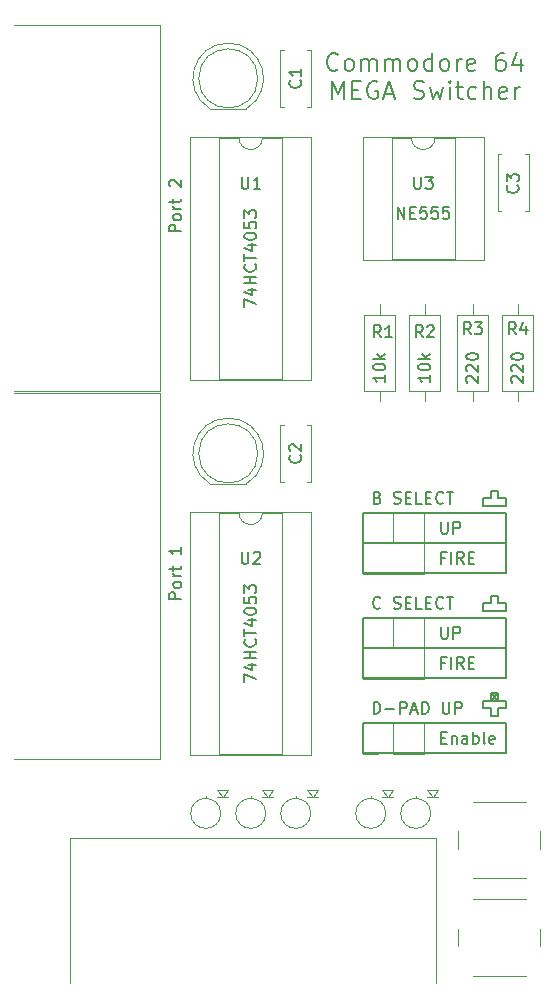
<source format=gto>
G04 #@! TF.FileFunction,Legend,Top*
%FSLAX46Y46*%
G04 Gerber Fmt 4.6, Leading zero omitted, Abs format (unit mm)*
G04 Created by KiCad (PCBNEW 4.0.7) date 07/30/19 23:57:16*
%MOMM*%
%LPD*%
G01*
G04 APERTURE LIST*
%ADD10C,0.100000*%
%ADD11C,0.200000*%
%ADD12C,0.150000*%
%ADD13C,0.120000*%
G04 APERTURE END LIST*
D10*
D11*
X137160000Y-85090000D02*
X137160000Y-84455000D01*
X135255000Y-85090000D02*
X137160000Y-85090000D01*
X135255000Y-84455000D02*
X135255000Y-85090000D01*
X137160000Y-76200000D02*
X137160000Y-75565000D01*
X135255000Y-76200000D02*
X137160000Y-76200000D01*
X135255000Y-75565000D02*
X135255000Y-76200000D01*
X135890000Y-92710000D02*
X136525000Y-92710000D01*
X136525000Y-92075000D02*
X135890000Y-92710000D01*
X136525000Y-92710000D02*
X135890000Y-92075000D01*
X137160000Y-93345000D02*
X136525000Y-93345000D01*
X137160000Y-92710000D02*
X137160000Y-93345000D01*
X136525000Y-92710000D02*
X137160000Y-92710000D01*
X136525000Y-92075000D02*
X136525000Y-92710000D01*
X135890000Y-92075000D02*
X136525000Y-92075000D01*
X135890000Y-92710000D02*
X135890000Y-92075000D01*
X135255000Y-92710000D02*
X135890000Y-92710000D01*
X135255000Y-93345000D02*
X135255000Y-92710000D01*
X135890000Y-93345000D02*
X135255000Y-93345000D01*
X136525000Y-93980000D02*
X136525000Y-93345000D01*
X135890000Y-93980000D02*
X136525000Y-93980000D01*
X135890000Y-93345000D02*
X135890000Y-93980000D01*
X135890000Y-84455000D02*
X135255000Y-84455000D01*
X135890000Y-83820000D02*
X135890000Y-84455000D01*
X136525000Y-83820000D02*
X135890000Y-83820000D01*
X136525000Y-84455000D02*
X136525000Y-83820000D01*
X137160000Y-84455000D02*
X136525000Y-84455000D01*
X135890000Y-75565000D02*
X135255000Y-75565000D01*
X135890000Y-74930000D02*
X135890000Y-75565000D01*
X136525000Y-74930000D02*
X135890000Y-74930000D01*
X136525000Y-75565000D02*
X136525000Y-74930000D01*
X137160000Y-75565000D02*
X136525000Y-75565000D01*
D12*
X126301429Y-75493571D02*
X126444286Y-75541190D01*
X126491905Y-75588810D01*
X126539524Y-75684048D01*
X126539524Y-75826905D01*
X126491905Y-75922143D01*
X126444286Y-75969762D01*
X126349048Y-76017381D01*
X125968095Y-76017381D01*
X125968095Y-75017381D01*
X126301429Y-75017381D01*
X126396667Y-75065000D01*
X126444286Y-75112619D01*
X126491905Y-75207857D01*
X126491905Y-75303095D01*
X126444286Y-75398333D01*
X126396667Y-75445952D01*
X126301429Y-75493571D01*
X125968095Y-75493571D01*
X127682381Y-75969762D02*
X127825238Y-76017381D01*
X128063334Y-76017381D01*
X128158572Y-75969762D01*
X128206191Y-75922143D01*
X128253810Y-75826905D01*
X128253810Y-75731667D01*
X128206191Y-75636429D01*
X128158572Y-75588810D01*
X128063334Y-75541190D01*
X127872857Y-75493571D01*
X127777619Y-75445952D01*
X127730000Y-75398333D01*
X127682381Y-75303095D01*
X127682381Y-75207857D01*
X127730000Y-75112619D01*
X127777619Y-75065000D01*
X127872857Y-75017381D01*
X128110953Y-75017381D01*
X128253810Y-75065000D01*
X128682381Y-75493571D02*
X129015715Y-75493571D01*
X129158572Y-76017381D02*
X128682381Y-76017381D01*
X128682381Y-75017381D01*
X129158572Y-75017381D01*
X130063334Y-76017381D02*
X129587143Y-76017381D01*
X129587143Y-75017381D01*
X130396667Y-75493571D02*
X130730001Y-75493571D01*
X130872858Y-76017381D02*
X130396667Y-76017381D01*
X130396667Y-75017381D01*
X130872858Y-75017381D01*
X131872858Y-75922143D02*
X131825239Y-75969762D01*
X131682382Y-76017381D01*
X131587144Y-76017381D01*
X131444286Y-75969762D01*
X131349048Y-75874524D01*
X131301429Y-75779286D01*
X131253810Y-75588810D01*
X131253810Y-75445952D01*
X131301429Y-75255476D01*
X131349048Y-75160238D01*
X131444286Y-75065000D01*
X131587144Y-75017381D01*
X131682382Y-75017381D01*
X131825239Y-75065000D01*
X131872858Y-75112619D01*
X132158572Y-75017381D02*
X132730001Y-75017381D01*
X132444286Y-76017381D02*
X132444286Y-75017381D01*
X126539524Y-84812143D02*
X126491905Y-84859762D01*
X126349048Y-84907381D01*
X126253810Y-84907381D01*
X126110952Y-84859762D01*
X126015714Y-84764524D01*
X125968095Y-84669286D01*
X125920476Y-84478810D01*
X125920476Y-84335952D01*
X125968095Y-84145476D01*
X126015714Y-84050238D01*
X126110952Y-83955000D01*
X126253810Y-83907381D01*
X126349048Y-83907381D01*
X126491905Y-83955000D01*
X126539524Y-84002619D01*
X127682381Y-84859762D02*
X127825238Y-84907381D01*
X128063334Y-84907381D01*
X128158572Y-84859762D01*
X128206191Y-84812143D01*
X128253810Y-84716905D01*
X128253810Y-84621667D01*
X128206191Y-84526429D01*
X128158572Y-84478810D01*
X128063334Y-84431190D01*
X127872857Y-84383571D01*
X127777619Y-84335952D01*
X127730000Y-84288333D01*
X127682381Y-84193095D01*
X127682381Y-84097857D01*
X127730000Y-84002619D01*
X127777619Y-83955000D01*
X127872857Y-83907381D01*
X128110953Y-83907381D01*
X128253810Y-83955000D01*
X128682381Y-84383571D02*
X129015715Y-84383571D01*
X129158572Y-84907381D02*
X128682381Y-84907381D01*
X128682381Y-83907381D01*
X129158572Y-83907381D01*
X130063334Y-84907381D02*
X129587143Y-84907381D01*
X129587143Y-83907381D01*
X130396667Y-84383571D02*
X130730001Y-84383571D01*
X130872858Y-84907381D02*
X130396667Y-84907381D01*
X130396667Y-83907381D01*
X130872858Y-83907381D01*
X131872858Y-84812143D02*
X131825239Y-84859762D01*
X131682382Y-84907381D01*
X131587144Y-84907381D01*
X131444286Y-84859762D01*
X131349048Y-84764524D01*
X131301429Y-84669286D01*
X131253810Y-84478810D01*
X131253810Y-84335952D01*
X131301429Y-84145476D01*
X131349048Y-84050238D01*
X131444286Y-83955000D01*
X131587144Y-83907381D01*
X131682382Y-83907381D01*
X131825239Y-83955000D01*
X131872858Y-84002619D01*
X132158572Y-83907381D02*
X132730001Y-83907381D01*
X132444286Y-84907381D02*
X132444286Y-83907381D01*
D11*
X137160000Y-81915000D02*
X137160000Y-79375000D01*
X125095000Y-81915000D02*
X137160000Y-81915000D01*
X125095000Y-76835000D02*
X125095000Y-81915000D01*
X137160000Y-79375000D02*
X125095000Y-79375000D01*
X137160000Y-76835000D02*
X137160000Y-79375000D01*
X125095000Y-76835000D02*
X137160000Y-76835000D01*
X125095000Y-88265000D02*
X137160000Y-88265000D01*
X137160000Y-85725000D02*
X125095000Y-85725000D01*
X137160000Y-90805000D02*
X137160000Y-85725000D01*
X125095000Y-90805000D02*
X137160000Y-90805000D01*
X125095000Y-85725000D02*
X125095000Y-90805000D01*
X125095000Y-97155000D02*
X137160000Y-97155000D01*
X125095000Y-94615000D02*
X125095000Y-97155000D01*
X137160000Y-94615000D02*
X125095000Y-94615000D01*
X137160000Y-97155000D02*
X137160000Y-94615000D01*
D12*
X125968095Y-93797381D02*
X125968095Y-92797381D01*
X126206190Y-92797381D01*
X126349048Y-92845000D01*
X126444286Y-92940238D01*
X126491905Y-93035476D01*
X126539524Y-93225952D01*
X126539524Y-93368810D01*
X126491905Y-93559286D01*
X126444286Y-93654524D01*
X126349048Y-93749762D01*
X126206190Y-93797381D01*
X125968095Y-93797381D01*
X126968095Y-93416429D02*
X127730000Y-93416429D01*
X128206190Y-93797381D02*
X128206190Y-92797381D01*
X128587143Y-92797381D01*
X128682381Y-92845000D01*
X128730000Y-92892619D01*
X128777619Y-92987857D01*
X128777619Y-93130714D01*
X128730000Y-93225952D01*
X128682381Y-93273571D01*
X128587143Y-93321190D01*
X128206190Y-93321190D01*
X129158571Y-93511667D02*
X129634762Y-93511667D01*
X129063333Y-93797381D02*
X129396666Y-92797381D01*
X129730000Y-93797381D01*
X130063333Y-93797381D02*
X130063333Y-92797381D01*
X130301428Y-92797381D01*
X130444286Y-92845000D01*
X130539524Y-92940238D01*
X130587143Y-93035476D01*
X130634762Y-93225952D01*
X130634762Y-93368810D01*
X130587143Y-93559286D01*
X130539524Y-93654524D01*
X130444286Y-93749762D01*
X130301428Y-93797381D01*
X130063333Y-93797381D01*
X131825238Y-92797381D02*
X131825238Y-93606905D01*
X131872857Y-93702143D01*
X131920476Y-93749762D01*
X132015714Y-93797381D01*
X132206191Y-93797381D01*
X132301429Y-93749762D01*
X132349048Y-93702143D01*
X132396667Y-93606905D01*
X132396667Y-92797381D01*
X132872857Y-93797381D02*
X132872857Y-92797381D01*
X133253810Y-92797381D01*
X133349048Y-92845000D01*
X133396667Y-92892619D01*
X133444286Y-92987857D01*
X133444286Y-93130714D01*
X133396667Y-93225952D01*
X133349048Y-93273571D01*
X133253810Y-93321190D01*
X132872857Y-93321190D01*
X131683095Y-95813571D02*
X132016429Y-95813571D01*
X132159286Y-96337381D02*
X131683095Y-96337381D01*
X131683095Y-95337381D01*
X132159286Y-95337381D01*
X132587857Y-95670714D02*
X132587857Y-96337381D01*
X132587857Y-95765952D02*
X132635476Y-95718333D01*
X132730714Y-95670714D01*
X132873572Y-95670714D01*
X132968810Y-95718333D01*
X133016429Y-95813571D01*
X133016429Y-96337381D01*
X133921191Y-96337381D02*
X133921191Y-95813571D01*
X133873572Y-95718333D01*
X133778334Y-95670714D01*
X133587857Y-95670714D01*
X133492619Y-95718333D01*
X133921191Y-96289762D02*
X133825953Y-96337381D01*
X133587857Y-96337381D01*
X133492619Y-96289762D01*
X133445000Y-96194524D01*
X133445000Y-96099286D01*
X133492619Y-96004048D01*
X133587857Y-95956429D01*
X133825953Y-95956429D01*
X133921191Y-95908810D01*
X134397381Y-96337381D02*
X134397381Y-95337381D01*
X134397381Y-95718333D02*
X134492619Y-95670714D01*
X134683096Y-95670714D01*
X134778334Y-95718333D01*
X134825953Y-95765952D01*
X134873572Y-95861190D01*
X134873572Y-96146905D01*
X134825953Y-96242143D01*
X134778334Y-96289762D01*
X134683096Y-96337381D01*
X134492619Y-96337381D01*
X134397381Y-96289762D01*
X135445000Y-96337381D02*
X135349762Y-96289762D01*
X135302143Y-96194524D01*
X135302143Y-95337381D01*
X136206906Y-96289762D02*
X136111668Y-96337381D01*
X135921191Y-96337381D01*
X135825953Y-96289762D01*
X135778334Y-96194524D01*
X135778334Y-95813571D01*
X135825953Y-95718333D01*
X135921191Y-95670714D01*
X136111668Y-95670714D01*
X136206906Y-95718333D01*
X136254525Y-95813571D01*
X136254525Y-95908810D01*
X135778334Y-96004048D01*
X132016429Y-89463571D02*
X131683095Y-89463571D01*
X131683095Y-89987381D02*
X131683095Y-88987381D01*
X132159286Y-88987381D01*
X132540238Y-89987381D02*
X132540238Y-88987381D01*
X133587857Y-89987381D02*
X133254523Y-89511190D01*
X133016428Y-89987381D02*
X133016428Y-88987381D01*
X133397381Y-88987381D01*
X133492619Y-89035000D01*
X133540238Y-89082619D01*
X133587857Y-89177857D01*
X133587857Y-89320714D01*
X133540238Y-89415952D01*
X133492619Y-89463571D01*
X133397381Y-89511190D01*
X133016428Y-89511190D01*
X134016428Y-89463571D02*
X134349762Y-89463571D01*
X134492619Y-89987381D02*
X134016428Y-89987381D01*
X134016428Y-88987381D01*
X134492619Y-88987381D01*
X131683095Y-86447381D02*
X131683095Y-87256905D01*
X131730714Y-87352143D01*
X131778333Y-87399762D01*
X131873571Y-87447381D01*
X132064048Y-87447381D01*
X132159286Y-87399762D01*
X132206905Y-87352143D01*
X132254524Y-87256905D01*
X132254524Y-86447381D01*
X132730714Y-87447381D02*
X132730714Y-86447381D01*
X133111667Y-86447381D01*
X133206905Y-86495000D01*
X133254524Y-86542619D01*
X133302143Y-86637857D01*
X133302143Y-86780714D01*
X133254524Y-86875952D01*
X133206905Y-86923571D01*
X133111667Y-86971190D01*
X132730714Y-86971190D01*
X132016429Y-80573571D02*
X131683095Y-80573571D01*
X131683095Y-81097381D02*
X131683095Y-80097381D01*
X132159286Y-80097381D01*
X132540238Y-81097381D02*
X132540238Y-80097381D01*
X133587857Y-81097381D02*
X133254523Y-80621190D01*
X133016428Y-81097381D02*
X133016428Y-80097381D01*
X133397381Y-80097381D01*
X133492619Y-80145000D01*
X133540238Y-80192619D01*
X133587857Y-80287857D01*
X133587857Y-80430714D01*
X133540238Y-80525952D01*
X133492619Y-80573571D01*
X133397381Y-80621190D01*
X133016428Y-80621190D01*
X134016428Y-80573571D02*
X134349762Y-80573571D01*
X134492619Y-81097381D02*
X134016428Y-81097381D01*
X134016428Y-80097381D01*
X134492619Y-80097381D01*
X131683095Y-77557381D02*
X131683095Y-78366905D01*
X131730714Y-78462143D01*
X131778333Y-78509762D01*
X131873571Y-78557381D01*
X132064048Y-78557381D01*
X132159286Y-78509762D01*
X132206905Y-78462143D01*
X132254524Y-78366905D01*
X132254524Y-77557381D01*
X132730714Y-78557381D02*
X132730714Y-77557381D01*
X133111667Y-77557381D01*
X133206905Y-77605000D01*
X133254524Y-77652619D01*
X133302143Y-77747857D01*
X133302143Y-77890714D01*
X133254524Y-77985952D01*
X133206905Y-78033571D01*
X133111667Y-78081190D01*
X132730714Y-78081190D01*
X122944858Y-39213714D02*
X122873429Y-39285143D01*
X122659143Y-39356571D01*
X122516286Y-39356571D01*
X122302001Y-39285143D01*
X122159143Y-39142286D01*
X122087715Y-38999429D01*
X122016286Y-38713714D01*
X122016286Y-38499429D01*
X122087715Y-38213714D01*
X122159143Y-38070857D01*
X122302001Y-37928000D01*
X122516286Y-37856571D01*
X122659143Y-37856571D01*
X122873429Y-37928000D01*
X122944858Y-37999429D01*
X123802001Y-39356571D02*
X123659143Y-39285143D01*
X123587715Y-39213714D01*
X123516286Y-39070857D01*
X123516286Y-38642286D01*
X123587715Y-38499429D01*
X123659143Y-38428000D01*
X123802001Y-38356571D01*
X124016286Y-38356571D01*
X124159143Y-38428000D01*
X124230572Y-38499429D01*
X124302001Y-38642286D01*
X124302001Y-39070857D01*
X124230572Y-39213714D01*
X124159143Y-39285143D01*
X124016286Y-39356571D01*
X123802001Y-39356571D01*
X124944858Y-39356571D02*
X124944858Y-38356571D01*
X124944858Y-38499429D02*
X125016286Y-38428000D01*
X125159144Y-38356571D01*
X125373429Y-38356571D01*
X125516286Y-38428000D01*
X125587715Y-38570857D01*
X125587715Y-39356571D01*
X125587715Y-38570857D02*
X125659144Y-38428000D01*
X125802001Y-38356571D01*
X126016286Y-38356571D01*
X126159144Y-38428000D01*
X126230572Y-38570857D01*
X126230572Y-39356571D01*
X126944858Y-39356571D02*
X126944858Y-38356571D01*
X126944858Y-38499429D02*
X127016286Y-38428000D01*
X127159144Y-38356571D01*
X127373429Y-38356571D01*
X127516286Y-38428000D01*
X127587715Y-38570857D01*
X127587715Y-39356571D01*
X127587715Y-38570857D02*
X127659144Y-38428000D01*
X127802001Y-38356571D01*
X128016286Y-38356571D01*
X128159144Y-38428000D01*
X128230572Y-38570857D01*
X128230572Y-39356571D01*
X129159144Y-39356571D02*
X129016286Y-39285143D01*
X128944858Y-39213714D01*
X128873429Y-39070857D01*
X128873429Y-38642286D01*
X128944858Y-38499429D01*
X129016286Y-38428000D01*
X129159144Y-38356571D01*
X129373429Y-38356571D01*
X129516286Y-38428000D01*
X129587715Y-38499429D01*
X129659144Y-38642286D01*
X129659144Y-39070857D01*
X129587715Y-39213714D01*
X129516286Y-39285143D01*
X129373429Y-39356571D01*
X129159144Y-39356571D01*
X130944858Y-39356571D02*
X130944858Y-37856571D01*
X130944858Y-39285143D02*
X130802001Y-39356571D01*
X130516287Y-39356571D01*
X130373429Y-39285143D01*
X130302001Y-39213714D01*
X130230572Y-39070857D01*
X130230572Y-38642286D01*
X130302001Y-38499429D01*
X130373429Y-38428000D01*
X130516287Y-38356571D01*
X130802001Y-38356571D01*
X130944858Y-38428000D01*
X131873430Y-39356571D02*
X131730572Y-39285143D01*
X131659144Y-39213714D01*
X131587715Y-39070857D01*
X131587715Y-38642286D01*
X131659144Y-38499429D01*
X131730572Y-38428000D01*
X131873430Y-38356571D01*
X132087715Y-38356571D01*
X132230572Y-38428000D01*
X132302001Y-38499429D01*
X132373430Y-38642286D01*
X132373430Y-39070857D01*
X132302001Y-39213714D01*
X132230572Y-39285143D01*
X132087715Y-39356571D01*
X131873430Y-39356571D01*
X133016287Y-39356571D02*
X133016287Y-38356571D01*
X133016287Y-38642286D02*
X133087715Y-38499429D01*
X133159144Y-38428000D01*
X133302001Y-38356571D01*
X133444858Y-38356571D01*
X134516286Y-39285143D02*
X134373429Y-39356571D01*
X134087715Y-39356571D01*
X133944858Y-39285143D01*
X133873429Y-39142286D01*
X133873429Y-38570857D01*
X133944858Y-38428000D01*
X134087715Y-38356571D01*
X134373429Y-38356571D01*
X134516286Y-38428000D01*
X134587715Y-38570857D01*
X134587715Y-38713714D01*
X133873429Y-38856571D01*
X137016286Y-37856571D02*
X136730572Y-37856571D01*
X136587715Y-37928000D01*
X136516286Y-37999429D01*
X136373429Y-38213714D01*
X136302000Y-38499429D01*
X136302000Y-39070857D01*
X136373429Y-39213714D01*
X136444857Y-39285143D01*
X136587715Y-39356571D01*
X136873429Y-39356571D01*
X137016286Y-39285143D01*
X137087715Y-39213714D01*
X137159143Y-39070857D01*
X137159143Y-38713714D01*
X137087715Y-38570857D01*
X137016286Y-38499429D01*
X136873429Y-38428000D01*
X136587715Y-38428000D01*
X136444857Y-38499429D01*
X136373429Y-38570857D01*
X136302000Y-38713714D01*
X138444857Y-38356571D02*
X138444857Y-39356571D01*
X138087714Y-37785143D02*
X137730571Y-38856571D01*
X138659143Y-38856571D01*
X122444858Y-41756571D02*
X122444858Y-40256571D01*
X122944858Y-41328000D01*
X123444858Y-40256571D01*
X123444858Y-41756571D01*
X124159144Y-40970857D02*
X124659144Y-40970857D01*
X124873430Y-41756571D02*
X124159144Y-41756571D01*
X124159144Y-40256571D01*
X124873430Y-40256571D01*
X126302001Y-40328000D02*
X126159144Y-40256571D01*
X125944858Y-40256571D01*
X125730573Y-40328000D01*
X125587715Y-40470857D01*
X125516287Y-40613714D01*
X125444858Y-40899429D01*
X125444858Y-41113714D01*
X125516287Y-41399429D01*
X125587715Y-41542286D01*
X125730573Y-41685143D01*
X125944858Y-41756571D01*
X126087715Y-41756571D01*
X126302001Y-41685143D01*
X126373430Y-41613714D01*
X126373430Y-41113714D01*
X126087715Y-41113714D01*
X126944858Y-41328000D02*
X127659144Y-41328000D01*
X126802001Y-41756571D02*
X127302001Y-40256571D01*
X127802001Y-41756571D01*
X129373429Y-41685143D02*
X129587715Y-41756571D01*
X129944858Y-41756571D01*
X130087715Y-41685143D01*
X130159144Y-41613714D01*
X130230572Y-41470857D01*
X130230572Y-41328000D01*
X130159144Y-41185143D01*
X130087715Y-41113714D01*
X129944858Y-41042286D01*
X129659144Y-40970857D01*
X129516286Y-40899429D01*
X129444858Y-40828000D01*
X129373429Y-40685143D01*
X129373429Y-40542286D01*
X129444858Y-40399429D01*
X129516286Y-40328000D01*
X129659144Y-40256571D01*
X130016286Y-40256571D01*
X130230572Y-40328000D01*
X130730572Y-40756571D02*
X131016286Y-41756571D01*
X131302000Y-41042286D01*
X131587715Y-41756571D01*
X131873429Y-40756571D01*
X132444858Y-41756571D02*
X132444858Y-40756571D01*
X132444858Y-40256571D02*
X132373429Y-40328000D01*
X132444858Y-40399429D01*
X132516286Y-40328000D01*
X132444858Y-40256571D01*
X132444858Y-40399429D01*
X132944858Y-40756571D02*
X133516287Y-40756571D01*
X133159144Y-40256571D02*
X133159144Y-41542286D01*
X133230572Y-41685143D01*
X133373430Y-41756571D01*
X133516287Y-41756571D01*
X134659144Y-41685143D02*
X134516287Y-41756571D01*
X134230573Y-41756571D01*
X134087715Y-41685143D01*
X134016287Y-41613714D01*
X133944858Y-41470857D01*
X133944858Y-41042286D01*
X134016287Y-40899429D01*
X134087715Y-40828000D01*
X134230573Y-40756571D01*
X134516287Y-40756571D01*
X134659144Y-40828000D01*
X135302001Y-41756571D02*
X135302001Y-40256571D01*
X135944858Y-41756571D02*
X135944858Y-40970857D01*
X135873429Y-40828000D01*
X135730572Y-40756571D01*
X135516287Y-40756571D01*
X135373429Y-40828000D01*
X135302001Y-40899429D01*
X137230572Y-41685143D02*
X137087715Y-41756571D01*
X136802001Y-41756571D01*
X136659144Y-41685143D01*
X136587715Y-41542286D01*
X136587715Y-40970857D01*
X136659144Y-40828000D01*
X136802001Y-40756571D01*
X137087715Y-40756571D01*
X137230572Y-40828000D01*
X137302001Y-40970857D01*
X137302001Y-41113714D01*
X136587715Y-41256571D01*
X137944858Y-41756571D02*
X137944858Y-40756571D01*
X137944858Y-41042286D02*
X138016286Y-40899429D01*
X138087715Y-40828000D01*
X138230572Y-40756571D01*
X138373429Y-40756571D01*
D13*
X113665462Y-37015000D02*
G75*
G03X112120170Y-42565000I-462J-2990000D01*
G01*
X113664538Y-37015000D02*
G75*
G02X115209830Y-42565000I462J-2990000D01*
G01*
X116165000Y-40005000D02*
G75*
G03X116165000Y-40005000I-2500000J0D01*
G01*
X112120000Y-42565000D02*
X115210000Y-42565000D01*
X113665462Y-68765000D02*
G75*
G03X112120170Y-74315000I-462J-2990000D01*
G01*
X113664538Y-68765000D02*
G75*
G02X115209830Y-74315000I462J-2990000D01*
G01*
X116165000Y-71755000D02*
G75*
G03X116165000Y-71755000I-2500000J0D01*
G01*
X112120000Y-74315000D02*
X115210000Y-74315000D01*
X95520000Y-66675000D02*
X107860000Y-66675000D01*
X107860000Y-66675000D02*
X107860000Y-97645000D01*
X107860000Y-97645000D02*
X95520000Y-97645000D01*
X95520000Y-35475000D02*
X107860000Y-35475000D01*
X107860000Y-35475000D02*
X107860000Y-66445000D01*
X107860000Y-66445000D02*
X95520000Y-66445000D01*
X100291000Y-116620000D02*
X100291000Y-104280000D01*
X100291000Y-104280000D02*
X131261000Y-104280000D01*
X131261000Y-104280000D02*
X131261000Y-116620000D01*
X125035000Y-90865000D02*
X130235000Y-90865000D01*
X125035000Y-88265000D02*
X125035000Y-90865000D01*
X130235000Y-85665000D02*
X130235000Y-90865000D01*
X125035000Y-88265000D02*
X127635000Y-88265000D01*
X127635000Y-88265000D02*
X127635000Y-85665000D01*
X127635000Y-85665000D02*
X130235000Y-85665000D01*
X125035000Y-86995000D02*
X125035000Y-85665000D01*
X125035000Y-85665000D02*
X126365000Y-85665000D01*
X125035000Y-81975000D02*
X130235000Y-81975000D01*
X125035000Y-79375000D02*
X125035000Y-81975000D01*
X130235000Y-76775000D02*
X130235000Y-81975000D01*
X125035000Y-79375000D02*
X127635000Y-79375000D01*
X127635000Y-79375000D02*
X127635000Y-76775000D01*
X127635000Y-76775000D02*
X130235000Y-76775000D01*
X125035000Y-78105000D02*
X125035000Y-76775000D01*
X125035000Y-76775000D02*
X126365000Y-76775000D01*
X130235000Y-97215000D02*
X130235000Y-94555000D01*
X127635000Y-97215000D02*
X130235000Y-97215000D01*
X127635000Y-94555000D02*
X130235000Y-94555000D01*
X127635000Y-97215000D02*
X127635000Y-94555000D01*
X126365000Y-97215000D02*
X125035000Y-97215000D01*
X125035000Y-97215000D02*
X125035000Y-95885000D01*
X127802000Y-60036000D02*
X125182000Y-60036000D01*
X125182000Y-60036000D02*
X125182000Y-66456000D01*
X125182000Y-66456000D02*
X127802000Y-66456000D01*
X127802000Y-66456000D02*
X127802000Y-60036000D01*
X126492000Y-59146000D02*
X126492000Y-60036000D01*
X126492000Y-67346000D02*
X126492000Y-66456000D01*
X131612000Y-60036000D02*
X128992000Y-60036000D01*
X128992000Y-60036000D02*
X128992000Y-66456000D01*
X128992000Y-66456000D02*
X131612000Y-66456000D01*
X131612000Y-66456000D02*
X131612000Y-60036000D01*
X130302000Y-59146000D02*
X130302000Y-60036000D01*
X130302000Y-67346000D02*
X130302000Y-66456000D01*
X135676000Y-60036000D02*
X133056000Y-60036000D01*
X133056000Y-60036000D02*
X133056000Y-66456000D01*
X133056000Y-66456000D02*
X135676000Y-66456000D01*
X135676000Y-66456000D02*
X135676000Y-60036000D01*
X134366000Y-59146000D02*
X134366000Y-60036000D01*
X134366000Y-67346000D02*
X134366000Y-66456000D01*
X139486000Y-60036000D02*
X136866000Y-60036000D01*
X136866000Y-60036000D02*
X136866000Y-66456000D01*
X136866000Y-66456000D02*
X139486000Y-66456000D01*
X139486000Y-66456000D02*
X139486000Y-60036000D01*
X138176000Y-59146000D02*
X138176000Y-60036000D01*
X138176000Y-67346000D02*
X138176000Y-66456000D01*
X134350000Y-115990000D02*
X138850000Y-115990000D01*
X133100000Y-111990000D02*
X133100000Y-113490000D01*
X138850000Y-109490000D02*
X134350000Y-109490000D01*
X140100000Y-113490000D02*
X140100000Y-111990000D01*
X134350000Y-107735000D02*
X138850000Y-107735000D01*
X133100000Y-103735000D02*
X133100000Y-105235000D01*
X138850000Y-101235000D02*
X134350000Y-101235000D01*
X140100000Y-105235000D02*
X140100000Y-103735000D01*
X116570000Y-45025000D02*
G75*
G02X114570000Y-45025000I-1000000J0D01*
G01*
X114570000Y-45025000D02*
X112920000Y-45025000D01*
X112920000Y-45025000D02*
X112920000Y-65465000D01*
X112920000Y-65465000D02*
X118220000Y-65465000D01*
X118220000Y-65465000D02*
X118220000Y-45025000D01*
X118220000Y-45025000D02*
X116570000Y-45025000D01*
X110430000Y-44965000D02*
X110430000Y-65525000D01*
X110430000Y-65525000D02*
X120710000Y-65525000D01*
X120710000Y-65525000D02*
X120710000Y-44965000D01*
X120710000Y-44965000D02*
X110430000Y-44965000D01*
X116570000Y-76775000D02*
G75*
G02X114570000Y-76775000I-1000000J0D01*
G01*
X114570000Y-76775000D02*
X112920000Y-76775000D01*
X112920000Y-76775000D02*
X112920000Y-97215000D01*
X112920000Y-97215000D02*
X118220000Y-97215000D01*
X118220000Y-97215000D02*
X118220000Y-76775000D01*
X118220000Y-76775000D02*
X116570000Y-76775000D01*
X110430000Y-76715000D02*
X110430000Y-97275000D01*
X110430000Y-97275000D02*
X120710000Y-97275000D01*
X120710000Y-97275000D02*
X120710000Y-76715000D01*
X120710000Y-76715000D02*
X110430000Y-76715000D01*
X131175000Y-45025000D02*
G75*
G02X129175000Y-45025000I-1000000J0D01*
G01*
X129175000Y-45025000D02*
X127525000Y-45025000D01*
X127525000Y-45025000D02*
X127525000Y-55305000D01*
X127525000Y-55305000D02*
X132825000Y-55305000D01*
X132825000Y-55305000D02*
X132825000Y-45025000D01*
X132825000Y-45025000D02*
X131175000Y-45025000D01*
X125035000Y-44965000D02*
X125035000Y-55365000D01*
X125035000Y-55365000D02*
X135315000Y-55365000D01*
X135315000Y-55365000D02*
X135315000Y-44965000D01*
X135315000Y-44965000D02*
X125035000Y-44965000D01*
X118070000Y-42455000D02*
X118070000Y-37635000D01*
X120690000Y-42455000D02*
X120690000Y-37635000D01*
X118070000Y-42455000D02*
X118384000Y-42455000D01*
X120376000Y-42455000D02*
X120690000Y-42455000D01*
X118070000Y-37635000D02*
X118384000Y-37635000D01*
X120376000Y-37635000D02*
X120690000Y-37635000D01*
X118070000Y-74205000D02*
X118070000Y-69385000D01*
X120690000Y-74205000D02*
X120690000Y-69385000D01*
X118070000Y-74205000D02*
X118384000Y-74205000D01*
X120376000Y-74205000D02*
X120690000Y-74205000D01*
X118070000Y-69385000D02*
X118384000Y-69385000D01*
X120376000Y-69385000D02*
X120690000Y-69385000D01*
X139105000Y-46445000D02*
X139105000Y-51265000D01*
X136485000Y-46445000D02*
X136485000Y-51265000D01*
X139105000Y-46445000D02*
X138791000Y-46445000D01*
X136799000Y-46445000D02*
X136485000Y-46445000D01*
X139105000Y-51265000D02*
X138791000Y-51265000D01*
X136799000Y-51265000D02*
X136485000Y-51265000D01*
X119380000Y-100968629D02*
X119380000Y-100795000D01*
X120360000Y-100838000D02*
X121249000Y-100838000D01*
X120804500Y-100838000D02*
X120360000Y-100245333D01*
X120360000Y-100245333D02*
X121249000Y-100245333D01*
X121249000Y-100245333D02*
X120804500Y-100838000D01*
X120646371Y-102235000D02*
G75*
G03X120646371Y-102235000I-1266371J0D01*
G01*
X115570000Y-100968629D02*
X115570000Y-100795000D01*
X116550000Y-100838000D02*
X117439000Y-100838000D01*
X116994500Y-100838000D02*
X116550000Y-100245333D01*
X116550000Y-100245333D02*
X117439000Y-100245333D01*
X117439000Y-100245333D02*
X116994500Y-100838000D01*
X116836371Y-102235000D02*
G75*
G03X116836371Y-102235000I-1266371J0D01*
G01*
X111760000Y-100968629D02*
X111760000Y-100795000D01*
X112740000Y-100838000D02*
X113629000Y-100838000D01*
X113184500Y-100838000D02*
X112740000Y-100245333D01*
X112740000Y-100245333D02*
X113629000Y-100245333D01*
X113629000Y-100245333D02*
X113184500Y-100838000D01*
X113026371Y-102235000D02*
G75*
G03X113026371Y-102235000I-1266371J0D01*
G01*
X129540000Y-100968629D02*
X129540000Y-100795000D01*
X130520000Y-100838000D02*
X131409000Y-100838000D01*
X130964500Y-100838000D02*
X130520000Y-100245333D01*
X130520000Y-100245333D02*
X131409000Y-100245333D01*
X131409000Y-100245333D02*
X130964500Y-100838000D01*
X130806371Y-102235000D02*
G75*
G03X130806371Y-102235000I-1266371J0D01*
G01*
X125730000Y-100968629D02*
X125730000Y-100795000D01*
X126710000Y-100838000D02*
X127599000Y-100838000D01*
X127154500Y-100838000D02*
X126710000Y-100245333D01*
X126710000Y-100245333D02*
X127599000Y-100245333D01*
X127599000Y-100245333D02*
X127154500Y-100838000D01*
X126996371Y-102235000D02*
G75*
G03X126996371Y-102235000I-1266371J0D01*
G01*
D12*
X109672381Y-84081667D02*
X108672381Y-84081667D01*
X108672381Y-83700714D01*
X108720000Y-83605476D01*
X108767619Y-83557857D01*
X108862857Y-83510238D01*
X109005714Y-83510238D01*
X109100952Y-83557857D01*
X109148571Y-83605476D01*
X109196190Y-83700714D01*
X109196190Y-84081667D01*
X109672381Y-82938810D02*
X109624762Y-83034048D01*
X109577143Y-83081667D01*
X109481905Y-83129286D01*
X109196190Y-83129286D01*
X109100952Y-83081667D01*
X109053333Y-83034048D01*
X109005714Y-82938810D01*
X109005714Y-82795952D01*
X109053333Y-82700714D01*
X109100952Y-82653095D01*
X109196190Y-82605476D01*
X109481905Y-82605476D01*
X109577143Y-82653095D01*
X109624762Y-82700714D01*
X109672381Y-82795952D01*
X109672381Y-82938810D01*
X109672381Y-82176905D02*
X109005714Y-82176905D01*
X109196190Y-82176905D02*
X109100952Y-82129286D01*
X109053333Y-82081667D01*
X109005714Y-81986429D01*
X109005714Y-81891190D01*
X109005714Y-81700714D02*
X109005714Y-81319762D01*
X108672381Y-81557857D02*
X109529524Y-81557857D01*
X109624762Y-81510238D01*
X109672381Y-81415000D01*
X109672381Y-81319762D01*
X109672381Y-79700713D02*
X109672381Y-80272142D01*
X109672381Y-79986428D02*
X108672381Y-79986428D01*
X108815238Y-80081666D01*
X108910476Y-80176904D01*
X108958095Y-80272142D01*
X109672381Y-52966667D02*
X108672381Y-52966667D01*
X108672381Y-52585714D01*
X108720000Y-52490476D01*
X108767619Y-52442857D01*
X108862857Y-52395238D01*
X109005714Y-52395238D01*
X109100952Y-52442857D01*
X109148571Y-52490476D01*
X109196190Y-52585714D01*
X109196190Y-52966667D01*
X109672381Y-51823810D02*
X109624762Y-51919048D01*
X109577143Y-51966667D01*
X109481905Y-52014286D01*
X109196190Y-52014286D01*
X109100952Y-51966667D01*
X109053333Y-51919048D01*
X109005714Y-51823810D01*
X109005714Y-51680952D01*
X109053333Y-51585714D01*
X109100952Y-51538095D01*
X109196190Y-51490476D01*
X109481905Y-51490476D01*
X109577143Y-51538095D01*
X109624762Y-51585714D01*
X109672381Y-51680952D01*
X109672381Y-51823810D01*
X109672381Y-51061905D02*
X109005714Y-51061905D01*
X109196190Y-51061905D02*
X109100952Y-51014286D01*
X109053333Y-50966667D01*
X109005714Y-50871429D01*
X109005714Y-50776190D01*
X109005714Y-50585714D02*
X109005714Y-50204762D01*
X108672381Y-50442857D02*
X109529524Y-50442857D01*
X109624762Y-50395238D01*
X109672381Y-50300000D01*
X109672381Y-50204762D01*
X108767619Y-49157142D02*
X108720000Y-49109523D01*
X108672381Y-49014285D01*
X108672381Y-48776189D01*
X108720000Y-48680951D01*
X108767619Y-48633332D01*
X108862857Y-48585713D01*
X108958095Y-48585713D01*
X109100952Y-48633332D01*
X109672381Y-49204761D01*
X109672381Y-48585713D01*
X126579334Y-61920381D02*
X126246000Y-61444190D01*
X126007905Y-61920381D02*
X126007905Y-60920381D01*
X126388858Y-60920381D01*
X126484096Y-60968000D01*
X126531715Y-61015619D01*
X126579334Y-61110857D01*
X126579334Y-61253714D01*
X126531715Y-61348952D01*
X126484096Y-61396571D01*
X126388858Y-61444190D01*
X126007905Y-61444190D01*
X127531715Y-61920381D02*
X126960286Y-61920381D01*
X127246000Y-61920381D02*
X127246000Y-60920381D01*
X127150762Y-61063238D01*
X127055524Y-61158476D01*
X126960286Y-61206095D01*
X126944381Y-65111238D02*
X126944381Y-65682667D01*
X126944381Y-65396953D02*
X125944381Y-65396953D01*
X126087238Y-65492191D01*
X126182476Y-65587429D01*
X126230095Y-65682667D01*
X125944381Y-64492191D02*
X125944381Y-64396952D01*
X125992000Y-64301714D01*
X126039619Y-64254095D01*
X126134857Y-64206476D01*
X126325333Y-64158857D01*
X126563429Y-64158857D01*
X126753905Y-64206476D01*
X126849143Y-64254095D01*
X126896762Y-64301714D01*
X126944381Y-64396952D01*
X126944381Y-64492191D01*
X126896762Y-64587429D01*
X126849143Y-64635048D01*
X126753905Y-64682667D01*
X126563429Y-64730286D01*
X126325333Y-64730286D01*
X126134857Y-64682667D01*
X126039619Y-64635048D01*
X125992000Y-64587429D01*
X125944381Y-64492191D01*
X126944381Y-63730286D02*
X125944381Y-63730286D01*
X126563429Y-63635048D02*
X126944381Y-63349333D01*
X126277714Y-63349333D02*
X126658667Y-63730286D01*
X130135334Y-61920381D02*
X129802000Y-61444190D01*
X129563905Y-61920381D02*
X129563905Y-60920381D01*
X129944858Y-60920381D01*
X130040096Y-60968000D01*
X130087715Y-61015619D01*
X130135334Y-61110857D01*
X130135334Y-61253714D01*
X130087715Y-61348952D01*
X130040096Y-61396571D01*
X129944858Y-61444190D01*
X129563905Y-61444190D01*
X130516286Y-61015619D02*
X130563905Y-60968000D01*
X130659143Y-60920381D01*
X130897239Y-60920381D01*
X130992477Y-60968000D01*
X131040096Y-61015619D01*
X131087715Y-61110857D01*
X131087715Y-61206095D01*
X131040096Y-61348952D01*
X130468667Y-61920381D01*
X131087715Y-61920381D01*
X130754381Y-65111238D02*
X130754381Y-65682667D01*
X130754381Y-65396953D02*
X129754381Y-65396953D01*
X129897238Y-65492191D01*
X129992476Y-65587429D01*
X130040095Y-65682667D01*
X129754381Y-64492191D02*
X129754381Y-64396952D01*
X129802000Y-64301714D01*
X129849619Y-64254095D01*
X129944857Y-64206476D01*
X130135333Y-64158857D01*
X130373429Y-64158857D01*
X130563905Y-64206476D01*
X130659143Y-64254095D01*
X130706762Y-64301714D01*
X130754381Y-64396952D01*
X130754381Y-64492191D01*
X130706762Y-64587429D01*
X130659143Y-64635048D01*
X130563905Y-64682667D01*
X130373429Y-64730286D01*
X130135333Y-64730286D01*
X129944857Y-64682667D01*
X129849619Y-64635048D01*
X129802000Y-64587429D01*
X129754381Y-64492191D01*
X130754381Y-63730286D02*
X129754381Y-63730286D01*
X130373429Y-63635048D02*
X130754381Y-63349333D01*
X130087714Y-63349333D02*
X130468667Y-63730286D01*
X134199334Y-61666381D02*
X133866000Y-61190190D01*
X133627905Y-61666381D02*
X133627905Y-60666381D01*
X134008858Y-60666381D01*
X134104096Y-60714000D01*
X134151715Y-60761619D01*
X134199334Y-60856857D01*
X134199334Y-60999714D01*
X134151715Y-61094952D01*
X134104096Y-61142571D01*
X134008858Y-61190190D01*
X133627905Y-61190190D01*
X134532667Y-60666381D02*
X135151715Y-60666381D01*
X134818381Y-61047333D01*
X134961239Y-61047333D01*
X135056477Y-61094952D01*
X135104096Y-61142571D01*
X135151715Y-61237810D01*
X135151715Y-61475905D01*
X135104096Y-61571143D01*
X135056477Y-61618762D01*
X134961239Y-61666381D01*
X134675524Y-61666381D01*
X134580286Y-61618762D01*
X134532667Y-61571143D01*
X133913619Y-65754095D02*
X133866000Y-65706476D01*
X133818381Y-65611238D01*
X133818381Y-65373142D01*
X133866000Y-65277904D01*
X133913619Y-65230285D01*
X134008857Y-65182666D01*
X134104095Y-65182666D01*
X134246952Y-65230285D01*
X134818381Y-65801714D01*
X134818381Y-65182666D01*
X133913619Y-64801714D02*
X133866000Y-64754095D01*
X133818381Y-64658857D01*
X133818381Y-64420761D01*
X133866000Y-64325523D01*
X133913619Y-64277904D01*
X134008857Y-64230285D01*
X134104095Y-64230285D01*
X134246952Y-64277904D01*
X134818381Y-64849333D01*
X134818381Y-64230285D01*
X133818381Y-63611238D02*
X133818381Y-63515999D01*
X133866000Y-63420761D01*
X133913619Y-63373142D01*
X134008857Y-63325523D01*
X134199333Y-63277904D01*
X134437429Y-63277904D01*
X134627905Y-63325523D01*
X134723143Y-63373142D01*
X134770762Y-63420761D01*
X134818381Y-63515999D01*
X134818381Y-63611238D01*
X134770762Y-63706476D01*
X134723143Y-63754095D01*
X134627905Y-63801714D01*
X134437429Y-63849333D01*
X134199333Y-63849333D01*
X134008857Y-63801714D01*
X133913619Y-63754095D01*
X133866000Y-63706476D01*
X133818381Y-63611238D01*
X138009334Y-61666381D02*
X137676000Y-61190190D01*
X137437905Y-61666381D02*
X137437905Y-60666381D01*
X137818858Y-60666381D01*
X137914096Y-60714000D01*
X137961715Y-60761619D01*
X138009334Y-60856857D01*
X138009334Y-60999714D01*
X137961715Y-61094952D01*
X137914096Y-61142571D01*
X137818858Y-61190190D01*
X137437905Y-61190190D01*
X138866477Y-60999714D02*
X138866477Y-61666381D01*
X138628381Y-60618762D02*
X138390286Y-61333048D01*
X139009334Y-61333048D01*
X137723619Y-65754095D02*
X137676000Y-65706476D01*
X137628381Y-65611238D01*
X137628381Y-65373142D01*
X137676000Y-65277904D01*
X137723619Y-65230285D01*
X137818857Y-65182666D01*
X137914095Y-65182666D01*
X138056952Y-65230285D01*
X138628381Y-65801714D01*
X138628381Y-65182666D01*
X137723619Y-64801714D02*
X137676000Y-64754095D01*
X137628381Y-64658857D01*
X137628381Y-64420761D01*
X137676000Y-64325523D01*
X137723619Y-64277904D01*
X137818857Y-64230285D01*
X137914095Y-64230285D01*
X138056952Y-64277904D01*
X138628381Y-64849333D01*
X138628381Y-64230285D01*
X137628381Y-63611238D02*
X137628381Y-63515999D01*
X137676000Y-63420761D01*
X137723619Y-63373142D01*
X137818857Y-63325523D01*
X138009333Y-63277904D01*
X138247429Y-63277904D01*
X138437905Y-63325523D01*
X138533143Y-63373142D01*
X138580762Y-63420761D01*
X138628381Y-63515999D01*
X138628381Y-63611238D01*
X138580762Y-63706476D01*
X138533143Y-63754095D01*
X138437905Y-63801714D01*
X138247429Y-63849333D01*
X138009333Y-63849333D01*
X137818857Y-63801714D01*
X137723619Y-63754095D01*
X137676000Y-63706476D01*
X137628381Y-63611238D01*
X114808095Y-48347381D02*
X114808095Y-49156905D01*
X114855714Y-49252143D01*
X114903333Y-49299762D01*
X114998571Y-49347381D01*
X115189048Y-49347381D01*
X115284286Y-49299762D01*
X115331905Y-49252143D01*
X115379524Y-49156905D01*
X115379524Y-48347381D01*
X116379524Y-49347381D02*
X115808095Y-49347381D01*
X116093809Y-49347381D02*
X116093809Y-48347381D01*
X115998571Y-48490238D01*
X115903333Y-48585476D01*
X115808095Y-48633095D01*
X115022381Y-59364048D02*
X115022381Y-58697381D01*
X116022381Y-59125953D01*
X115355714Y-57887857D02*
X116022381Y-57887857D01*
X114974762Y-58125953D02*
X115689048Y-58364048D01*
X115689048Y-57745000D01*
X116022381Y-57364048D02*
X115022381Y-57364048D01*
X115498571Y-57364048D02*
X115498571Y-56792619D01*
X116022381Y-56792619D02*
X115022381Y-56792619D01*
X115927143Y-55745000D02*
X115974762Y-55792619D01*
X116022381Y-55935476D01*
X116022381Y-56030714D01*
X115974762Y-56173572D01*
X115879524Y-56268810D01*
X115784286Y-56316429D01*
X115593810Y-56364048D01*
X115450952Y-56364048D01*
X115260476Y-56316429D01*
X115165238Y-56268810D01*
X115070000Y-56173572D01*
X115022381Y-56030714D01*
X115022381Y-55935476D01*
X115070000Y-55792619D01*
X115117619Y-55745000D01*
X115022381Y-55459286D02*
X115022381Y-54887857D01*
X116022381Y-55173572D02*
X115022381Y-55173572D01*
X115355714Y-54125952D02*
X116022381Y-54125952D01*
X114974762Y-54364048D02*
X115689048Y-54602143D01*
X115689048Y-53983095D01*
X115022381Y-53411667D02*
X115022381Y-53316428D01*
X115070000Y-53221190D01*
X115117619Y-53173571D01*
X115212857Y-53125952D01*
X115403333Y-53078333D01*
X115641429Y-53078333D01*
X115831905Y-53125952D01*
X115927143Y-53173571D01*
X115974762Y-53221190D01*
X116022381Y-53316428D01*
X116022381Y-53411667D01*
X115974762Y-53506905D01*
X115927143Y-53554524D01*
X115831905Y-53602143D01*
X115641429Y-53649762D01*
X115403333Y-53649762D01*
X115212857Y-53602143D01*
X115117619Y-53554524D01*
X115070000Y-53506905D01*
X115022381Y-53411667D01*
X115022381Y-52173571D02*
X115022381Y-52649762D01*
X115498571Y-52697381D01*
X115450952Y-52649762D01*
X115403333Y-52554524D01*
X115403333Y-52316428D01*
X115450952Y-52221190D01*
X115498571Y-52173571D01*
X115593810Y-52125952D01*
X115831905Y-52125952D01*
X115927143Y-52173571D01*
X115974762Y-52221190D01*
X116022381Y-52316428D01*
X116022381Y-52554524D01*
X115974762Y-52649762D01*
X115927143Y-52697381D01*
X115022381Y-51792619D02*
X115022381Y-51173571D01*
X115403333Y-51506905D01*
X115403333Y-51364047D01*
X115450952Y-51268809D01*
X115498571Y-51221190D01*
X115593810Y-51173571D01*
X115831905Y-51173571D01*
X115927143Y-51221190D01*
X115974762Y-51268809D01*
X116022381Y-51364047D01*
X116022381Y-51649762D01*
X115974762Y-51745000D01*
X115927143Y-51792619D01*
X114808095Y-80097381D02*
X114808095Y-80906905D01*
X114855714Y-81002143D01*
X114903333Y-81049762D01*
X114998571Y-81097381D01*
X115189048Y-81097381D01*
X115284286Y-81049762D01*
X115331905Y-81002143D01*
X115379524Y-80906905D01*
X115379524Y-80097381D01*
X115808095Y-80192619D02*
X115855714Y-80145000D01*
X115950952Y-80097381D01*
X116189048Y-80097381D01*
X116284286Y-80145000D01*
X116331905Y-80192619D01*
X116379524Y-80287857D01*
X116379524Y-80383095D01*
X116331905Y-80525952D01*
X115760476Y-81097381D01*
X116379524Y-81097381D01*
X115022381Y-91114048D02*
X115022381Y-90447381D01*
X116022381Y-90875953D01*
X115355714Y-89637857D02*
X116022381Y-89637857D01*
X114974762Y-89875953D02*
X115689048Y-90114048D01*
X115689048Y-89495000D01*
X116022381Y-89114048D02*
X115022381Y-89114048D01*
X115498571Y-89114048D02*
X115498571Y-88542619D01*
X116022381Y-88542619D02*
X115022381Y-88542619D01*
X115927143Y-87495000D02*
X115974762Y-87542619D01*
X116022381Y-87685476D01*
X116022381Y-87780714D01*
X115974762Y-87923572D01*
X115879524Y-88018810D01*
X115784286Y-88066429D01*
X115593810Y-88114048D01*
X115450952Y-88114048D01*
X115260476Y-88066429D01*
X115165238Y-88018810D01*
X115070000Y-87923572D01*
X115022381Y-87780714D01*
X115022381Y-87685476D01*
X115070000Y-87542619D01*
X115117619Y-87495000D01*
X115022381Y-87209286D02*
X115022381Y-86637857D01*
X116022381Y-86923572D02*
X115022381Y-86923572D01*
X115355714Y-85875952D02*
X116022381Y-85875952D01*
X114974762Y-86114048D02*
X115689048Y-86352143D01*
X115689048Y-85733095D01*
X115022381Y-85161667D02*
X115022381Y-85066428D01*
X115070000Y-84971190D01*
X115117619Y-84923571D01*
X115212857Y-84875952D01*
X115403333Y-84828333D01*
X115641429Y-84828333D01*
X115831905Y-84875952D01*
X115927143Y-84923571D01*
X115974762Y-84971190D01*
X116022381Y-85066428D01*
X116022381Y-85161667D01*
X115974762Y-85256905D01*
X115927143Y-85304524D01*
X115831905Y-85352143D01*
X115641429Y-85399762D01*
X115403333Y-85399762D01*
X115212857Y-85352143D01*
X115117619Y-85304524D01*
X115070000Y-85256905D01*
X115022381Y-85161667D01*
X115022381Y-83923571D02*
X115022381Y-84399762D01*
X115498571Y-84447381D01*
X115450952Y-84399762D01*
X115403333Y-84304524D01*
X115403333Y-84066428D01*
X115450952Y-83971190D01*
X115498571Y-83923571D01*
X115593810Y-83875952D01*
X115831905Y-83875952D01*
X115927143Y-83923571D01*
X115974762Y-83971190D01*
X116022381Y-84066428D01*
X116022381Y-84304524D01*
X115974762Y-84399762D01*
X115927143Y-84447381D01*
X115022381Y-83542619D02*
X115022381Y-82923571D01*
X115403333Y-83256905D01*
X115403333Y-83114047D01*
X115450952Y-83018809D01*
X115498571Y-82971190D01*
X115593810Y-82923571D01*
X115831905Y-82923571D01*
X115927143Y-82971190D01*
X115974762Y-83018809D01*
X116022381Y-83114047D01*
X116022381Y-83399762D01*
X115974762Y-83495000D01*
X115927143Y-83542619D01*
X129413095Y-48347381D02*
X129413095Y-49156905D01*
X129460714Y-49252143D01*
X129508333Y-49299762D01*
X129603571Y-49347381D01*
X129794048Y-49347381D01*
X129889286Y-49299762D01*
X129936905Y-49252143D01*
X129984524Y-49156905D01*
X129984524Y-48347381D01*
X130365476Y-48347381D02*
X130984524Y-48347381D01*
X130651190Y-48728333D01*
X130794048Y-48728333D01*
X130889286Y-48775952D01*
X130936905Y-48823571D01*
X130984524Y-48918810D01*
X130984524Y-49156905D01*
X130936905Y-49252143D01*
X130889286Y-49299762D01*
X130794048Y-49347381D01*
X130508333Y-49347381D01*
X130413095Y-49299762D01*
X130365476Y-49252143D01*
X128008333Y-51887381D02*
X128008333Y-50887381D01*
X128579762Y-51887381D01*
X128579762Y-50887381D01*
X129055952Y-51363571D02*
X129389286Y-51363571D01*
X129532143Y-51887381D02*
X129055952Y-51887381D01*
X129055952Y-50887381D01*
X129532143Y-50887381D01*
X130436905Y-50887381D02*
X129960714Y-50887381D01*
X129913095Y-51363571D01*
X129960714Y-51315952D01*
X130055952Y-51268333D01*
X130294048Y-51268333D01*
X130389286Y-51315952D01*
X130436905Y-51363571D01*
X130484524Y-51458810D01*
X130484524Y-51696905D01*
X130436905Y-51792143D01*
X130389286Y-51839762D01*
X130294048Y-51887381D01*
X130055952Y-51887381D01*
X129960714Y-51839762D01*
X129913095Y-51792143D01*
X131389286Y-50887381D02*
X130913095Y-50887381D01*
X130865476Y-51363571D01*
X130913095Y-51315952D01*
X131008333Y-51268333D01*
X131246429Y-51268333D01*
X131341667Y-51315952D01*
X131389286Y-51363571D01*
X131436905Y-51458810D01*
X131436905Y-51696905D01*
X131389286Y-51792143D01*
X131341667Y-51839762D01*
X131246429Y-51887381D01*
X131008333Y-51887381D01*
X130913095Y-51839762D01*
X130865476Y-51792143D01*
X132341667Y-50887381D02*
X131865476Y-50887381D01*
X131817857Y-51363571D01*
X131865476Y-51315952D01*
X131960714Y-51268333D01*
X132198810Y-51268333D01*
X132294048Y-51315952D01*
X132341667Y-51363571D01*
X132389286Y-51458810D01*
X132389286Y-51696905D01*
X132341667Y-51792143D01*
X132294048Y-51839762D01*
X132198810Y-51887381D01*
X131960714Y-51887381D01*
X131865476Y-51839762D01*
X131817857Y-51792143D01*
X119737143Y-40171666D02*
X119784762Y-40219285D01*
X119832381Y-40362142D01*
X119832381Y-40457380D01*
X119784762Y-40600238D01*
X119689524Y-40695476D01*
X119594286Y-40743095D01*
X119403810Y-40790714D01*
X119260952Y-40790714D01*
X119070476Y-40743095D01*
X118975238Y-40695476D01*
X118880000Y-40600238D01*
X118832381Y-40457380D01*
X118832381Y-40362142D01*
X118880000Y-40219285D01*
X118927619Y-40171666D01*
X119832381Y-39219285D02*
X119832381Y-39790714D01*
X119832381Y-39505000D02*
X118832381Y-39505000D01*
X118975238Y-39600238D01*
X119070476Y-39695476D01*
X119118095Y-39790714D01*
X119737143Y-71921666D02*
X119784762Y-71969285D01*
X119832381Y-72112142D01*
X119832381Y-72207380D01*
X119784762Y-72350238D01*
X119689524Y-72445476D01*
X119594286Y-72493095D01*
X119403810Y-72540714D01*
X119260952Y-72540714D01*
X119070476Y-72493095D01*
X118975238Y-72445476D01*
X118880000Y-72350238D01*
X118832381Y-72207380D01*
X118832381Y-72112142D01*
X118880000Y-71969285D01*
X118927619Y-71921666D01*
X118927619Y-71540714D02*
X118880000Y-71493095D01*
X118832381Y-71397857D01*
X118832381Y-71159761D01*
X118880000Y-71064523D01*
X118927619Y-71016904D01*
X119022857Y-70969285D01*
X119118095Y-70969285D01*
X119260952Y-71016904D01*
X119832381Y-71588333D01*
X119832381Y-70969285D01*
X138152143Y-49061666D02*
X138199762Y-49109285D01*
X138247381Y-49252142D01*
X138247381Y-49347380D01*
X138199762Y-49490238D01*
X138104524Y-49585476D01*
X138009286Y-49633095D01*
X137818810Y-49680714D01*
X137675952Y-49680714D01*
X137485476Y-49633095D01*
X137390238Y-49585476D01*
X137295000Y-49490238D01*
X137247381Y-49347380D01*
X137247381Y-49252142D01*
X137295000Y-49109285D01*
X137342619Y-49061666D01*
X137247381Y-48728333D02*
X137247381Y-48109285D01*
X137628333Y-48442619D01*
X137628333Y-48299761D01*
X137675952Y-48204523D01*
X137723571Y-48156904D01*
X137818810Y-48109285D01*
X138056905Y-48109285D01*
X138152143Y-48156904D01*
X138199762Y-48204523D01*
X138247381Y-48299761D01*
X138247381Y-48585476D01*
X138199762Y-48680714D01*
X138152143Y-48728333D01*
M02*

</source>
